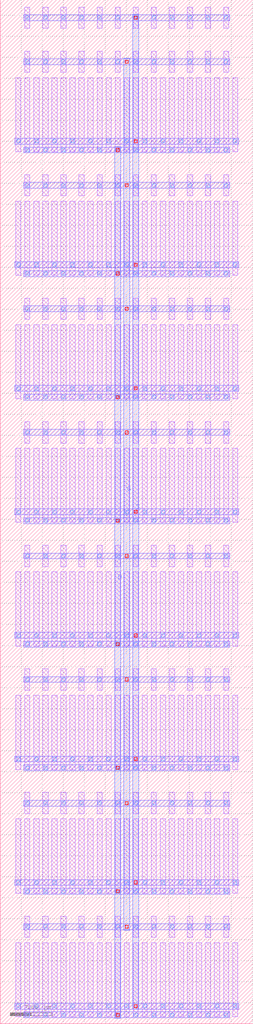
<source format=lef>
MACRO NMOS_S_65192303_X12_Y8
  UNITS 
    DATABASE MICRONS UNITS 1000;
  END UNITS 
  ORIGIN 0 0 ;
  FOREIGN NMOS_S_65192303_X12_Y8 0 0 ;
  SIZE 12040 BY 48720 ;
  PIN D
    DIRECTION INOUT ;
    USE SIGNAL ;
    PORT
      LAYER M3 ;
        RECT 5450 260 5730 41740 ;
    END
  END D
  PIN G
    DIRECTION INOUT ;
    USE SIGNAL ;
    PORT
      LAYER M3 ;
        RECT 5880 4460 6160 45940 ;
    END
  END G
  PIN S
    DIRECTION INOUT ;
    USE SIGNAL ;
    PORT
      LAYER M3 ;
        RECT 6310 680 6590 48040 ;
    END
  END S
  OBS
    LAYER M1 ;
      RECT 1165 335 1415 3865 ;
    LAYER M1 ;
      RECT 1165 4115 1415 5125 ;
    LAYER M1 ;
      RECT 1165 6215 1415 9745 ;
    LAYER M1 ;
      RECT 1165 9995 1415 11005 ;
    LAYER M1 ;
      RECT 1165 12095 1415 15625 ;
    LAYER M1 ;
      RECT 1165 15875 1415 16885 ;
    LAYER M1 ;
      RECT 1165 17975 1415 21505 ;
    LAYER M1 ;
      RECT 1165 21755 1415 22765 ;
    LAYER M1 ;
      RECT 1165 23855 1415 27385 ;
    LAYER M1 ;
      RECT 1165 27635 1415 28645 ;
    LAYER M1 ;
      RECT 1165 29735 1415 33265 ;
    LAYER M1 ;
      RECT 1165 33515 1415 34525 ;
    LAYER M1 ;
      RECT 1165 35615 1415 39145 ;
    LAYER M1 ;
      RECT 1165 39395 1415 40405 ;
    LAYER M1 ;
      RECT 1165 41495 1415 45025 ;
    LAYER M1 ;
      RECT 1165 45275 1415 46285 ;
    LAYER M1 ;
      RECT 1165 47375 1415 48385 ;
    LAYER M1 ;
      RECT 735 335 985 3865 ;
    LAYER M1 ;
      RECT 735 6215 985 9745 ;
    LAYER M1 ;
      RECT 735 12095 985 15625 ;
    LAYER M1 ;
      RECT 735 17975 985 21505 ;
    LAYER M1 ;
      RECT 735 23855 985 27385 ;
    LAYER M1 ;
      RECT 735 29735 985 33265 ;
    LAYER M1 ;
      RECT 735 35615 985 39145 ;
    LAYER M1 ;
      RECT 735 41495 985 45025 ;
    LAYER M1 ;
      RECT 1595 335 1845 3865 ;
    LAYER M1 ;
      RECT 1595 6215 1845 9745 ;
    LAYER M1 ;
      RECT 1595 12095 1845 15625 ;
    LAYER M1 ;
      RECT 1595 17975 1845 21505 ;
    LAYER M1 ;
      RECT 1595 23855 1845 27385 ;
    LAYER M1 ;
      RECT 1595 29735 1845 33265 ;
    LAYER M1 ;
      RECT 1595 35615 1845 39145 ;
    LAYER M1 ;
      RECT 1595 41495 1845 45025 ;
    LAYER M1 ;
      RECT 2025 335 2275 3865 ;
    LAYER M1 ;
      RECT 2025 4115 2275 5125 ;
    LAYER M1 ;
      RECT 2025 6215 2275 9745 ;
    LAYER M1 ;
      RECT 2025 9995 2275 11005 ;
    LAYER M1 ;
      RECT 2025 12095 2275 15625 ;
    LAYER M1 ;
      RECT 2025 15875 2275 16885 ;
    LAYER M1 ;
      RECT 2025 17975 2275 21505 ;
    LAYER M1 ;
      RECT 2025 21755 2275 22765 ;
    LAYER M1 ;
      RECT 2025 23855 2275 27385 ;
    LAYER M1 ;
      RECT 2025 27635 2275 28645 ;
    LAYER M1 ;
      RECT 2025 29735 2275 33265 ;
    LAYER M1 ;
      RECT 2025 33515 2275 34525 ;
    LAYER M1 ;
      RECT 2025 35615 2275 39145 ;
    LAYER M1 ;
      RECT 2025 39395 2275 40405 ;
    LAYER M1 ;
      RECT 2025 41495 2275 45025 ;
    LAYER M1 ;
      RECT 2025 45275 2275 46285 ;
    LAYER M1 ;
      RECT 2025 47375 2275 48385 ;
    LAYER M1 ;
      RECT 2455 335 2705 3865 ;
    LAYER M1 ;
      RECT 2455 6215 2705 9745 ;
    LAYER M1 ;
      RECT 2455 12095 2705 15625 ;
    LAYER M1 ;
      RECT 2455 17975 2705 21505 ;
    LAYER M1 ;
      RECT 2455 23855 2705 27385 ;
    LAYER M1 ;
      RECT 2455 29735 2705 33265 ;
    LAYER M1 ;
      RECT 2455 35615 2705 39145 ;
    LAYER M1 ;
      RECT 2455 41495 2705 45025 ;
    LAYER M1 ;
      RECT 2885 335 3135 3865 ;
    LAYER M1 ;
      RECT 2885 4115 3135 5125 ;
    LAYER M1 ;
      RECT 2885 6215 3135 9745 ;
    LAYER M1 ;
      RECT 2885 9995 3135 11005 ;
    LAYER M1 ;
      RECT 2885 12095 3135 15625 ;
    LAYER M1 ;
      RECT 2885 15875 3135 16885 ;
    LAYER M1 ;
      RECT 2885 17975 3135 21505 ;
    LAYER M1 ;
      RECT 2885 21755 3135 22765 ;
    LAYER M1 ;
      RECT 2885 23855 3135 27385 ;
    LAYER M1 ;
      RECT 2885 27635 3135 28645 ;
    LAYER M1 ;
      RECT 2885 29735 3135 33265 ;
    LAYER M1 ;
      RECT 2885 33515 3135 34525 ;
    LAYER M1 ;
      RECT 2885 35615 3135 39145 ;
    LAYER M1 ;
      RECT 2885 39395 3135 40405 ;
    LAYER M1 ;
      RECT 2885 41495 3135 45025 ;
    LAYER M1 ;
      RECT 2885 45275 3135 46285 ;
    LAYER M1 ;
      RECT 2885 47375 3135 48385 ;
    LAYER M1 ;
      RECT 3315 335 3565 3865 ;
    LAYER M1 ;
      RECT 3315 6215 3565 9745 ;
    LAYER M1 ;
      RECT 3315 12095 3565 15625 ;
    LAYER M1 ;
      RECT 3315 17975 3565 21505 ;
    LAYER M1 ;
      RECT 3315 23855 3565 27385 ;
    LAYER M1 ;
      RECT 3315 29735 3565 33265 ;
    LAYER M1 ;
      RECT 3315 35615 3565 39145 ;
    LAYER M1 ;
      RECT 3315 41495 3565 45025 ;
    LAYER M1 ;
      RECT 3745 335 3995 3865 ;
    LAYER M1 ;
      RECT 3745 4115 3995 5125 ;
    LAYER M1 ;
      RECT 3745 6215 3995 9745 ;
    LAYER M1 ;
      RECT 3745 9995 3995 11005 ;
    LAYER M1 ;
      RECT 3745 12095 3995 15625 ;
    LAYER M1 ;
      RECT 3745 15875 3995 16885 ;
    LAYER M1 ;
      RECT 3745 17975 3995 21505 ;
    LAYER M1 ;
      RECT 3745 21755 3995 22765 ;
    LAYER M1 ;
      RECT 3745 23855 3995 27385 ;
    LAYER M1 ;
      RECT 3745 27635 3995 28645 ;
    LAYER M1 ;
      RECT 3745 29735 3995 33265 ;
    LAYER M1 ;
      RECT 3745 33515 3995 34525 ;
    LAYER M1 ;
      RECT 3745 35615 3995 39145 ;
    LAYER M1 ;
      RECT 3745 39395 3995 40405 ;
    LAYER M1 ;
      RECT 3745 41495 3995 45025 ;
    LAYER M1 ;
      RECT 3745 45275 3995 46285 ;
    LAYER M1 ;
      RECT 3745 47375 3995 48385 ;
    LAYER M1 ;
      RECT 4175 335 4425 3865 ;
    LAYER M1 ;
      RECT 4175 6215 4425 9745 ;
    LAYER M1 ;
      RECT 4175 12095 4425 15625 ;
    LAYER M1 ;
      RECT 4175 17975 4425 21505 ;
    LAYER M1 ;
      RECT 4175 23855 4425 27385 ;
    LAYER M1 ;
      RECT 4175 29735 4425 33265 ;
    LAYER M1 ;
      RECT 4175 35615 4425 39145 ;
    LAYER M1 ;
      RECT 4175 41495 4425 45025 ;
    LAYER M1 ;
      RECT 4605 335 4855 3865 ;
    LAYER M1 ;
      RECT 4605 4115 4855 5125 ;
    LAYER M1 ;
      RECT 4605 6215 4855 9745 ;
    LAYER M1 ;
      RECT 4605 9995 4855 11005 ;
    LAYER M1 ;
      RECT 4605 12095 4855 15625 ;
    LAYER M1 ;
      RECT 4605 15875 4855 16885 ;
    LAYER M1 ;
      RECT 4605 17975 4855 21505 ;
    LAYER M1 ;
      RECT 4605 21755 4855 22765 ;
    LAYER M1 ;
      RECT 4605 23855 4855 27385 ;
    LAYER M1 ;
      RECT 4605 27635 4855 28645 ;
    LAYER M1 ;
      RECT 4605 29735 4855 33265 ;
    LAYER M1 ;
      RECT 4605 33515 4855 34525 ;
    LAYER M1 ;
      RECT 4605 35615 4855 39145 ;
    LAYER M1 ;
      RECT 4605 39395 4855 40405 ;
    LAYER M1 ;
      RECT 4605 41495 4855 45025 ;
    LAYER M1 ;
      RECT 4605 45275 4855 46285 ;
    LAYER M1 ;
      RECT 4605 47375 4855 48385 ;
    LAYER M1 ;
      RECT 5035 335 5285 3865 ;
    LAYER M1 ;
      RECT 5035 6215 5285 9745 ;
    LAYER M1 ;
      RECT 5035 12095 5285 15625 ;
    LAYER M1 ;
      RECT 5035 17975 5285 21505 ;
    LAYER M1 ;
      RECT 5035 23855 5285 27385 ;
    LAYER M1 ;
      RECT 5035 29735 5285 33265 ;
    LAYER M1 ;
      RECT 5035 35615 5285 39145 ;
    LAYER M1 ;
      RECT 5035 41495 5285 45025 ;
    LAYER M1 ;
      RECT 5465 335 5715 3865 ;
    LAYER M1 ;
      RECT 5465 4115 5715 5125 ;
    LAYER M1 ;
      RECT 5465 6215 5715 9745 ;
    LAYER M1 ;
      RECT 5465 9995 5715 11005 ;
    LAYER M1 ;
      RECT 5465 12095 5715 15625 ;
    LAYER M1 ;
      RECT 5465 15875 5715 16885 ;
    LAYER M1 ;
      RECT 5465 17975 5715 21505 ;
    LAYER M1 ;
      RECT 5465 21755 5715 22765 ;
    LAYER M1 ;
      RECT 5465 23855 5715 27385 ;
    LAYER M1 ;
      RECT 5465 27635 5715 28645 ;
    LAYER M1 ;
      RECT 5465 29735 5715 33265 ;
    LAYER M1 ;
      RECT 5465 33515 5715 34525 ;
    LAYER M1 ;
      RECT 5465 35615 5715 39145 ;
    LAYER M1 ;
      RECT 5465 39395 5715 40405 ;
    LAYER M1 ;
      RECT 5465 41495 5715 45025 ;
    LAYER M1 ;
      RECT 5465 45275 5715 46285 ;
    LAYER M1 ;
      RECT 5465 47375 5715 48385 ;
    LAYER M1 ;
      RECT 5895 335 6145 3865 ;
    LAYER M1 ;
      RECT 5895 6215 6145 9745 ;
    LAYER M1 ;
      RECT 5895 12095 6145 15625 ;
    LAYER M1 ;
      RECT 5895 17975 6145 21505 ;
    LAYER M1 ;
      RECT 5895 23855 6145 27385 ;
    LAYER M1 ;
      RECT 5895 29735 6145 33265 ;
    LAYER M1 ;
      RECT 5895 35615 6145 39145 ;
    LAYER M1 ;
      RECT 5895 41495 6145 45025 ;
    LAYER M1 ;
      RECT 6325 335 6575 3865 ;
    LAYER M1 ;
      RECT 6325 4115 6575 5125 ;
    LAYER M1 ;
      RECT 6325 6215 6575 9745 ;
    LAYER M1 ;
      RECT 6325 9995 6575 11005 ;
    LAYER M1 ;
      RECT 6325 12095 6575 15625 ;
    LAYER M1 ;
      RECT 6325 15875 6575 16885 ;
    LAYER M1 ;
      RECT 6325 17975 6575 21505 ;
    LAYER M1 ;
      RECT 6325 21755 6575 22765 ;
    LAYER M1 ;
      RECT 6325 23855 6575 27385 ;
    LAYER M1 ;
      RECT 6325 27635 6575 28645 ;
    LAYER M1 ;
      RECT 6325 29735 6575 33265 ;
    LAYER M1 ;
      RECT 6325 33515 6575 34525 ;
    LAYER M1 ;
      RECT 6325 35615 6575 39145 ;
    LAYER M1 ;
      RECT 6325 39395 6575 40405 ;
    LAYER M1 ;
      RECT 6325 41495 6575 45025 ;
    LAYER M1 ;
      RECT 6325 45275 6575 46285 ;
    LAYER M1 ;
      RECT 6325 47375 6575 48385 ;
    LAYER M1 ;
      RECT 6755 335 7005 3865 ;
    LAYER M1 ;
      RECT 6755 6215 7005 9745 ;
    LAYER M1 ;
      RECT 6755 12095 7005 15625 ;
    LAYER M1 ;
      RECT 6755 17975 7005 21505 ;
    LAYER M1 ;
      RECT 6755 23855 7005 27385 ;
    LAYER M1 ;
      RECT 6755 29735 7005 33265 ;
    LAYER M1 ;
      RECT 6755 35615 7005 39145 ;
    LAYER M1 ;
      RECT 6755 41495 7005 45025 ;
    LAYER M1 ;
      RECT 7185 335 7435 3865 ;
    LAYER M1 ;
      RECT 7185 4115 7435 5125 ;
    LAYER M1 ;
      RECT 7185 6215 7435 9745 ;
    LAYER M1 ;
      RECT 7185 9995 7435 11005 ;
    LAYER M1 ;
      RECT 7185 12095 7435 15625 ;
    LAYER M1 ;
      RECT 7185 15875 7435 16885 ;
    LAYER M1 ;
      RECT 7185 17975 7435 21505 ;
    LAYER M1 ;
      RECT 7185 21755 7435 22765 ;
    LAYER M1 ;
      RECT 7185 23855 7435 27385 ;
    LAYER M1 ;
      RECT 7185 27635 7435 28645 ;
    LAYER M1 ;
      RECT 7185 29735 7435 33265 ;
    LAYER M1 ;
      RECT 7185 33515 7435 34525 ;
    LAYER M1 ;
      RECT 7185 35615 7435 39145 ;
    LAYER M1 ;
      RECT 7185 39395 7435 40405 ;
    LAYER M1 ;
      RECT 7185 41495 7435 45025 ;
    LAYER M1 ;
      RECT 7185 45275 7435 46285 ;
    LAYER M1 ;
      RECT 7185 47375 7435 48385 ;
    LAYER M1 ;
      RECT 7615 335 7865 3865 ;
    LAYER M1 ;
      RECT 7615 6215 7865 9745 ;
    LAYER M1 ;
      RECT 7615 12095 7865 15625 ;
    LAYER M1 ;
      RECT 7615 17975 7865 21505 ;
    LAYER M1 ;
      RECT 7615 23855 7865 27385 ;
    LAYER M1 ;
      RECT 7615 29735 7865 33265 ;
    LAYER M1 ;
      RECT 7615 35615 7865 39145 ;
    LAYER M1 ;
      RECT 7615 41495 7865 45025 ;
    LAYER M1 ;
      RECT 8045 335 8295 3865 ;
    LAYER M1 ;
      RECT 8045 4115 8295 5125 ;
    LAYER M1 ;
      RECT 8045 6215 8295 9745 ;
    LAYER M1 ;
      RECT 8045 9995 8295 11005 ;
    LAYER M1 ;
      RECT 8045 12095 8295 15625 ;
    LAYER M1 ;
      RECT 8045 15875 8295 16885 ;
    LAYER M1 ;
      RECT 8045 17975 8295 21505 ;
    LAYER M1 ;
      RECT 8045 21755 8295 22765 ;
    LAYER M1 ;
      RECT 8045 23855 8295 27385 ;
    LAYER M1 ;
      RECT 8045 27635 8295 28645 ;
    LAYER M1 ;
      RECT 8045 29735 8295 33265 ;
    LAYER M1 ;
      RECT 8045 33515 8295 34525 ;
    LAYER M1 ;
      RECT 8045 35615 8295 39145 ;
    LAYER M1 ;
      RECT 8045 39395 8295 40405 ;
    LAYER M1 ;
      RECT 8045 41495 8295 45025 ;
    LAYER M1 ;
      RECT 8045 45275 8295 46285 ;
    LAYER M1 ;
      RECT 8045 47375 8295 48385 ;
    LAYER M1 ;
      RECT 8475 335 8725 3865 ;
    LAYER M1 ;
      RECT 8475 6215 8725 9745 ;
    LAYER M1 ;
      RECT 8475 12095 8725 15625 ;
    LAYER M1 ;
      RECT 8475 17975 8725 21505 ;
    LAYER M1 ;
      RECT 8475 23855 8725 27385 ;
    LAYER M1 ;
      RECT 8475 29735 8725 33265 ;
    LAYER M1 ;
      RECT 8475 35615 8725 39145 ;
    LAYER M1 ;
      RECT 8475 41495 8725 45025 ;
    LAYER M1 ;
      RECT 8905 335 9155 3865 ;
    LAYER M1 ;
      RECT 8905 4115 9155 5125 ;
    LAYER M1 ;
      RECT 8905 6215 9155 9745 ;
    LAYER M1 ;
      RECT 8905 9995 9155 11005 ;
    LAYER M1 ;
      RECT 8905 12095 9155 15625 ;
    LAYER M1 ;
      RECT 8905 15875 9155 16885 ;
    LAYER M1 ;
      RECT 8905 17975 9155 21505 ;
    LAYER M1 ;
      RECT 8905 21755 9155 22765 ;
    LAYER M1 ;
      RECT 8905 23855 9155 27385 ;
    LAYER M1 ;
      RECT 8905 27635 9155 28645 ;
    LAYER M1 ;
      RECT 8905 29735 9155 33265 ;
    LAYER M1 ;
      RECT 8905 33515 9155 34525 ;
    LAYER M1 ;
      RECT 8905 35615 9155 39145 ;
    LAYER M1 ;
      RECT 8905 39395 9155 40405 ;
    LAYER M1 ;
      RECT 8905 41495 9155 45025 ;
    LAYER M1 ;
      RECT 8905 45275 9155 46285 ;
    LAYER M1 ;
      RECT 8905 47375 9155 48385 ;
    LAYER M1 ;
      RECT 9335 335 9585 3865 ;
    LAYER M1 ;
      RECT 9335 6215 9585 9745 ;
    LAYER M1 ;
      RECT 9335 12095 9585 15625 ;
    LAYER M1 ;
      RECT 9335 17975 9585 21505 ;
    LAYER M1 ;
      RECT 9335 23855 9585 27385 ;
    LAYER M1 ;
      RECT 9335 29735 9585 33265 ;
    LAYER M1 ;
      RECT 9335 35615 9585 39145 ;
    LAYER M1 ;
      RECT 9335 41495 9585 45025 ;
    LAYER M1 ;
      RECT 9765 335 10015 3865 ;
    LAYER M1 ;
      RECT 9765 4115 10015 5125 ;
    LAYER M1 ;
      RECT 9765 6215 10015 9745 ;
    LAYER M1 ;
      RECT 9765 9995 10015 11005 ;
    LAYER M1 ;
      RECT 9765 12095 10015 15625 ;
    LAYER M1 ;
      RECT 9765 15875 10015 16885 ;
    LAYER M1 ;
      RECT 9765 17975 10015 21505 ;
    LAYER M1 ;
      RECT 9765 21755 10015 22765 ;
    LAYER M1 ;
      RECT 9765 23855 10015 27385 ;
    LAYER M1 ;
      RECT 9765 27635 10015 28645 ;
    LAYER M1 ;
      RECT 9765 29735 10015 33265 ;
    LAYER M1 ;
      RECT 9765 33515 10015 34525 ;
    LAYER M1 ;
      RECT 9765 35615 10015 39145 ;
    LAYER M1 ;
      RECT 9765 39395 10015 40405 ;
    LAYER M1 ;
      RECT 9765 41495 10015 45025 ;
    LAYER M1 ;
      RECT 9765 45275 10015 46285 ;
    LAYER M1 ;
      RECT 9765 47375 10015 48385 ;
    LAYER M1 ;
      RECT 10195 335 10445 3865 ;
    LAYER M1 ;
      RECT 10195 6215 10445 9745 ;
    LAYER M1 ;
      RECT 10195 12095 10445 15625 ;
    LAYER M1 ;
      RECT 10195 17975 10445 21505 ;
    LAYER M1 ;
      RECT 10195 23855 10445 27385 ;
    LAYER M1 ;
      RECT 10195 29735 10445 33265 ;
    LAYER M1 ;
      RECT 10195 35615 10445 39145 ;
    LAYER M1 ;
      RECT 10195 41495 10445 45025 ;
    LAYER M1 ;
      RECT 10625 335 10875 3865 ;
    LAYER M1 ;
      RECT 10625 4115 10875 5125 ;
    LAYER M1 ;
      RECT 10625 6215 10875 9745 ;
    LAYER M1 ;
      RECT 10625 9995 10875 11005 ;
    LAYER M1 ;
      RECT 10625 12095 10875 15625 ;
    LAYER M1 ;
      RECT 10625 15875 10875 16885 ;
    LAYER M1 ;
      RECT 10625 17975 10875 21505 ;
    LAYER M1 ;
      RECT 10625 21755 10875 22765 ;
    LAYER M1 ;
      RECT 10625 23855 10875 27385 ;
    LAYER M1 ;
      RECT 10625 27635 10875 28645 ;
    LAYER M1 ;
      RECT 10625 29735 10875 33265 ;
    LAYER M1 ;
      RECT 10625 33515 10875 34525 ;
    LAYER M1 ;
      RECT 10625 35615 10875 39145 ;
    LAYER M1 ;
      RECT 10625 39395 10875 40405 ;
    LAYER M1 ;
      RECT 10625 41495 10875 45025 ;
    LAYER M1 ;
      RECT 10625 45275 10875 46285 ;
    LAYER M1 ;
      RECT 10625 47375 10875 48385 ;
    LAYER M1 ;
      RECT 11055 335 11305 3865 ;
    LAYER M1 ;
      RECT 11055 6215 11305 9745 ;
    LAYER M1 ;
      RECT 11055 12095 11305 15625 ;
    LAYER M1 ;
      RECT 11055 17975 11305 21505 ;
    LAYER M1 ;
      RECT 11055 23855 11305 27385 ;
    LAYER M1 ;
      RECT 11055 29735 11305 33265 ;
    LAYER M1 ;
      RECT 11055 35615 11305 39145 ;
    LAYER M1 ;
      RECT 11055 41495 11305 45025 ;
    LAYER M2 ;
      RECT 1120 280 10920 560 ;
    LAYER M2 ;
      RECT 1120 4480 10920 4760 ;
    LAYER M2 ;
      RECT 690 700 11350 980 ;
    LAYER M2 ;
      RECT 1120 6160 10920 6440 ;
    LAYER M2 ;
      RECT 1120 10360 10920 10640 ;
    LAYER M2 ;
      RECT 690 6580 11350 6860 ;
    LAYER M2 ;
      RECT 1120 12040 10920 12320 ;
    LAYER M2 ;
      RECT 1120 16240 10920 16520 ;
    LAYER M2 ;
      RECT 690 12460 11350 12740 ;
    LAYER M2 ;
      RECT 1120 17920 10920 18200 ;
    LAYER M2 ;
      RECT 1120 22120 10920 22400 ;
    LAYER M2 ;
      RECT 690 18340 11350 18620 ;
    LAYER M2 ;
      RECT 1120 23800 10920 24080 ;
    LAYER M2 ;
      RECT 1120 28000 10920 28280 ;
    LAYER M2 ;
      RECT 690 24220 11350 24500 ;
    LAYER M2 ;
      RECT 1120 29680 10920 29960 ;
    LAYER M2 ;
      RECT 1120 33880 10920 34160 ;
    LAYER M2 ;
      RECT 690 30100 11350 30380 ;
    LAYER M2 ;
      RECT 1120 35560 10920 35840 ;
    LAYER M2 ;
      RECT 1120 39760 10920 40040 ;
    LAYER M2 ;
      RECT 690 35980 11350 36260 ;
    LAYER M2 ;
      RECT 1120 41440 10920 41720 ;
    LAYER M2 ;
      RECT 1120 45640 10920 45920 ;
    LAYER M2 ;
      RECT 690 41860 11350 42140 ;
    LAYER M2 ;
      RECT 1120 47740 10920 48020 ;
    LAYER V1 ;
      RECT 1205 335 1375 505 ;
    LAYER V1 ;
      RECT 1205 4535 1375 4705 ;
    LAYER V1 ;
      RECT 1205 6215 1375 6385 ;
    LAYER V1 ;
      RECT 1205 10415 1375 10585 ;
    LAYER V1 ;
      RECT 1205 12095 1375 12265 ;
    LAYER V1 ;
      RECT 1205 16295 1375 16465 ;
    LAYER V1 ;
      RECT 1205 17975 1375 18145 ;
    LAYER V1 ;
      RECT 1205 22175 1375 22345 ;
    LAYER V1 ;
      RECT 1205 23855 1375 24025 ;
    LAYER V1 ;
      RECT 1205 28055 1375 28225 ;
    LAYER V1 ;
      RECT 1205 29735 1375 29905 ;
    LAYER V1 ;
      RECT 1205 33935 1375 34105 ;
    LAYER V1 ;
      RECT 1205 35615 1375 35785 ;
    LAYER V1 ;
      RECT 1205 39815 1375 39985 ;
    LAYER V1 ;
      RECT 1205 41495 1375 41665 ;
    LAYER V1 ;
      RECT 1205 45695 1375 45865 ;
    LAYER V1 ;
      RECT 1205 47795 1375 47965 ;
    LAYER V1 ;
      RECT 2065 335 2235 505 ;
    LAYER V1 ;
      RECT 2065 4535 2235 4705 ;
    LAYER V1 ;
      RECT 2065 6215 2235 6385 ;
    LAYER V1 ;
      RECT 2065 10415 2235 10585 ;
    LAYER V1 ;
      RECT 2065 12095 2235 12265 ;
    LAYER V1 ;
      RECT 2065 16295 2235 16465 ;
    LAYER V1 ;
      RECT 2065 17975 2235 18145 ;
    LAYER V1 ;
      RECT 2065 22175 2235 22345 ;
    LAYER V1 ;
      RECT 2065 23855 2235 24025 ;
    LAYER V1 ;
      RECT 2065 28055 2235 28225 ;
    LAYER V1 ;
      RECT 2065 29735 2235 29905 ;
    LAYER V1 ;
      RECT 2065 33935 2235 34105 ;
    LAYER V1 ;
      RECT 2065 35615 2235 35785 ;
    LAYER V1 ;
      RECT 2065 39815 2235 39985 ;
    LAYER V1 ;
      RECT 2065 41495 2235 41665 ;
    LAYER V1 ;
      RECT 2065 45695 2235 45865 ;
    LAYER V1 ;
      RECT 2065 47795 2235 47965 ;
    LAYER V1 ;
      RECT 2925 335 3095 505 ;
    LAYER V1 ;
      RECT 2925 4535 3095 4705 ;
    LAYER V1 ;
      RECT 2925 6215 3095 6385 ;
    LAYER V1 ;
      RECT 2925 10415 3095 10585 ;
    LAYER V1 ;
      RECT 2925 12095 3095 12265 ;
    LAYER V1 ;
      RECT 2925 16295 3095 16465 ;
    LAYER V1 ;
      RECT 2925 17975 3095 18145 ;
    LAYER V1 ;
      RECT 2925 22175 3095 22345 ;
    LAYER V1 ;
      RECT 2925 23855 3095 24025 ;
    LAYER V1 ;
      RECT 2925 28055 3095 28225 ;
    LAYER V1 ;
      RECT 2925 29735 3095 29905 ;
    LAYER V1 ;
      RECT 2925 33935 3095 34105 ;
    LAYER V1 ;
      RECT 2925 35615 3095 35785 ;
    LAYER V1 ;
      RECT 2925 39815 3095 39985 ;
    LAYER V1 ;
      RECT 2925 41495 3095 41665 ;
    LAYER V1 ;
      RECT 2925 45695 3095 45865 ;
    LAYER V1 ;
      RECT 2925 47795 3095 47965 ;
    LAYER V1 ;
      RECT 3785 335 3955 505 ;
    LAYER V1 ;
      RECT 3785 4535 3955 4705 ;
    LAYER V1 ;
      RECT 3785 6215 3955 6385 ;
    LAYER V1 ;
      RECT 3785 10415 3955 10585 ;
    LAYER V1 ;
      RECT 3785 12095 3955 12265 ;
    LAYER V1 ;
      RECT 3785 16295 3955 16465 ;
    LAYER V1 ;
      RECT 3785 17975 3955 18145 ;
    LAYER V1 ;
      RECT 3785 22175 3955 22345 ;
    LAYER V1 ;
      RECT 3785 23855 3955 24025 ;
    LAYER V1 ;
      RECT 3785 28055 3955 28225 ;
    LAYER V1 ;
      RECT 3785 29735 3955 29905 ;
    LAYER V1 ;
      RECT 3785 33935 3955 34105 ;
    LAYER V1 ;
      RECT 3785 35615 3955 35785 ;
    LAYER V1 ;
      RECT 3785 39815 3955 39985 ;
    LAYER V1 ;
      RECT 3785 41495 3955 41665 ;
    LAYER V1 ;
      RECT 3785 45695 3955 45865 ;
    LAYER V1 ;
      RECT 3785 47795 3955 47965 ;
    LAYER V1 ;
      RECT 4645 335 4815 505 ;
    LAYER V1 ;
      RECT 4645 4535 4815 4705 ;
    LAYER V1 ;
      RECT 4645 6215 4815 6385 ;
    LAYER V1 ;
      RECT 4645 10415 4815 10585 ;
    LAYER V1 ;
      RECT 4645 12095 4815 12265 ;
    LAYER V1 ;
      RECT 4645 16295 4815 16465 ;
    LAYER V1 ;
      RECT 4645 17975 4815 18145 ;
    LAYER V1 ;
      RECT 4645 22175 4815 22345 ;
    LAYER V1 ;
      RECT 4645 23855 4815 24025 ;
    LAYER V1 ;
      RECT 4645 28055 4815 28225 ;
    LAYER V1 ;
      RECT 4645 29735 4815 29905 ;
    LAYER V1 ;
      RECT 4645 33935 4815 34105 ;
    LAYER V1 ;
      RECT 4645 35615 4815 35785 ;
    LAYER V1 ;
      RECT 4645 39815 4815 39985 ;
    LAYER V1 ;
      RECT 4645 41495 4815 41665 ;
    LAYER V1 ;
      RECT 4645 45695 4815 45865 ;
    LAYER V1 ;
      RECT 4645 47795 4815 47965 ;
    LAYER V1 ;
      RECT 5505 335 5675 505 ;
    LAYER V1 ;
      RECT 5505 4535 5675 4705 ;
    LAYER V1 ;
      RECT 5505 6215 5675 6385 ;
    LAYER V1 ;
      RECT 5505 10415 5675 10585 ;
    LAYER V1 ;
      RECT 5505 12095 5675 12265 ;
    LAYER V1 ;
      RECT 5505 16295 5675 16465 ;
    LAYER V1 ;
      RECT 5505 17975 5675 18145 ;
    LAYER V1 ;
      RECT 5505 22175 5675 22345 ;
    LAYER V1 ;
      RECT 5505 23855 5675 24025 ;
    LAYER V1 ;
      RECT 5505 28055 5675 28225 ;
    LAYER V1 ;
      RECT 5505 29735 5675 29905 ;
    LAYER V1 ;
      RECT 5505 33935 5675 34105 ;
    LAYER V1 ;
      RECT 5505 35615 5675 35785 ;
    LAYER V1 ;
      RECT 5505 39815 5675 39985 ;
    LAYER V1 ;
      RECT 5505 41495 5675 41665 ;
    LAYER V1 ;
      RECT 5505 45695 5675 45865 ;
    LAYER V1 ;
      RECT 5505 47795 5675 47965 ;
    LAYER V1 ;
      RECT 6365 335 6535 505 ;
    LAYER V1 ;
      RECT 6365 4535 6535 4705 ;
    LAYER V1 ;
      RECT 6365 6215 6535 6385 ;
    LAYER V1 ;
      RECT 6365 10415 6535 10585 ;
    LAYER V1 ;
      RECT 6365 12095 6535 12265 ;
    LAYER V1 ;
      RECT 6365 16295 6535 16465 ;
    LAYER V1 ;
      RECT 6365 17975 6535 18145 ;
    LAYER V1 ;
      RECT 6365 22175 6535 22345 ;
    LAYER V1 ;
      RECT 6365 23855 6535 24025 ;
    LAYER V1 ;
      RECT 6365 28055 6535 28225 ;
    LAYER V1 ;
      RECT 6365 29735 6535 29905 ;
    LAYER V1 ;
      RECT 6365 33935 6535 34105 ;
    LAYER V1 ;
      RECT 6365 35615 6535 35785 ;
    LAYER V1 ;
      RECT 6365 39815 6535 39985 ;
    LAYER V1 ;
      RECT 6365 41495 6535 41665 ;
    LAYER V1 ;
      RECT 6365 45695 6535 45865 ;
    LAYER V1 ;
      RECT 6365 47795 6535 47965 ;
    LAYER V1 ;
      RECT 7225 335 7395 505 ;
    LAYER V1 ;
      RECT 7225 4535 7395 4705 ;
    LAYER V1 ;
      RECT 7225 6215 7395 6385 ;
    LAYER V1 ;
      RECT 7225 10415 7395 10585 ;
    LAYER V1 ;
      RECT 7225 12095 7395 12265 ;
    LAYER V1 ;
      RECT 7225 16295 7395 16465 ;
    LAYER V1 ;
      RECT 7225 17975 7395 18145 ;
    LAYER V1 ;
      RECT 7225 22175 7395 22345 ;
    LAYER V1 ;
      RECT 7225 23855 7395 24025 ;
    LAYER V1 ;
      RECT 7225 28055 7395 28225 ;
    LAYER V1 ;
      RECT 7225 29735 7395 29905 ;
    LAYER V1 ;
      RECT 7225 33935 7395 34105 ;
    LAYER V1 ;
      RECT 7225 35615 7395 35785 ;
    LAYER V1 ;
      RECT 7225 39815 7395 39985 ;
    LAYER V1 ;
      RECT 7225 41495 7395 41665 ;
    LAYER V1 ;
      RECT 7225 45695 7395 45865 ;
    LAYER V1 ;
      RECT 7225 47795 7395 47965 ;
    LAYER V1 ;
      RECT 8085 335 8255 505 ;
    LAYER V1 ;
      RECT 8085 4535 8255 4705 ;
    LAYER V1 ;
      RECT 8085 6215 8255 6385 ;
    LAYER V1 ;
      RECT 8085 10415 8255 10585 ;
    LAYER V1 ;
      RECT 8085 12095 8255 12265 ;
    LAYER V1 ;
      RECT 8085 16295 8255 16465 ;
    LAYER V1 ;
      RECT 8085 17975 8255 18145 ;
    LAYER V1 ;
      RECT 8085 22175 8255 22345 ;
    LAYER V1 ;
      RECT 8085 23855 8255 24025 ;
    LAYER V1 ;
      RECT 8085 28055 8255 28225 ;
    LAYER V1 ;
      RECT 8085 29735 8255 29905 ;
    LAYER V1 ;
      RECT 8085 33935 8255 34105 ;
    LAYER V1 ;
      RECT 8085 35615 8255 35785 ;
    LAYER V1 ;
      RECT 8085 39815 8255 39985 ;
    LAYER V1 ;
      RECT 8085 41495 8255 41665 ;
    LAYER V1 ;
      RECT 8085 45695 8255 45865 ;
    LAYER V1 ;
      RECT 8085 47795 8255 47965 ;
    LAYER V1 ;
      RECT 8945 335 9115 505 ;
    LAYER V1 ;
      RECT 8945 4535 9115 4705 ;
    LAYER V1 ;
      RECT 8945 6215 9115 6385 ;
    LAYER V1 ;
      RECT 8945 10415 9115 10585 ;
    LAYER V1 ;
      RECT 8945 12095 9115 12265 ;
    LAYER V1 ;
      RECT 8945 16295 9115 16465 ;
    LAYER V1 ;
      RECT 8945 17975 9115 18145 ;
    LAYER V1 ;
      RECT 8945 22175 9115 22345 ;
    LAYER V1 ;
      RECT 8945 23855 9115 24025 ;
    LAYER V1 ;
      RECT 8945 28055 9115 28225 ;
    LAYER V1 ;
      RECT 8945 29735 9115 29905 ;
    LAYER V1 ;
      RECT 8945 33935 9115 34105 ;
    LAYER V1 ;
      RECT 8945 35615 9115 35785 ;
    LAYER V1 ;
      RECT 8945 39815 9115 39985 ;
    LAYER V1 ;
      RECT 8945 41495 9115 41665 ;
    LAYER V1 ;
      RECT 8945 45695 9115 45865 ;
    LAYER V1 ;
      RECT 8945 47795 9115 47965 ;
    LAYER V1 ;
      RECT 9805 335 9975 505 ;
    LAYER V1 ;
      RECT 9805 4535 9975 4705 ;
    LAYER V1 ;
      RECT 9805 6215 9975 6385 ;
    LAYER V1 ;
      RECT 9805 10415 9975 10585 ;
    LAYER V1 ;
      RECT 9805 12095 9975 12265 ;
    LAYER V1 ;
      RECT 9805 16295 9975 16465 ;
    LAYER V1 ;
      RECT 9805 17975 9975 18145 ;
    LAYER V1 ;
      RECT 9805 22175 9975 22345 ;
    LAYER V1 ;
      RECT 9805 23855 9975 24025 ;
    LAYER V1 ;
      RECT 9805 28055 9975 28225 ;
    LAYER V1 ;
      RECT 9805 29735 9975 29905 ;
    LAYER V1 ;
      RECT 9805 33935 9975 34105 ;
    LAYER V1 ;
      RECT 9805 35615 9975 35785 ;
    LAYER V1 ;
      RECT 9805 39815 9975 39985 ;
    LAYER V1 ;
      RECT 9805 41495 9975 41665 ;
    LAYER V1 ;
      RECT 9805 45695 9975 45865 ;
    LAYER V1 ;
      RECT 9805 47795 9975 47965 ;
    LAYER V1 ;
      RECT 10665 335 10835 505 ;
    LAYER V1 ;
      RECT 10665 4535 10835 4705 ;
    LAYER V1 ;
      RECT 10665 6215 10835 6385 ;
    LAYER V1 ;
      RECT 10665 10415 10835 10585 ;
    LAYER V1 ;
      RECT 10665 12095 10835 12265 ;
    LAYER V1 ;
      RECT 10665 16295 10835 16465 ;
    LAYER V1 ;
      RECT 10665 17975 10835 18145 ;
    LAYER V1 ;
      RECT 10665 22175 10835 22345 ;
    LAYER V1 ;
      RECT 10665 23855 10835 24025 ;
    LAYER V1 ;
      RECT 10665 28055 10835 28225 ;
    LAYER V1 ;
      RECT 10665 29735 10835 29905 ;
    LAYER V1 ;
      RECT 10665 33935 10835 34105 ;
    LAYER V1 ;
      RECT 10665 35615 10835 35785 ;
    LAYER V1 ;
      RECT 10665 39815 10835 39985 ;
    LAYER V1 ;
      RECT 10665 41495 10835 41665 ;
    LAYER V1 ;
      RECT 10665 45695 10835 45865 ;
    LAYER V1 ;
      RECT 10665 47795 10835 47965 ;
    LAYER V1 ;
      RECT 775 755 945 925 ;
    LAYER V1 ;
      RECT 775 6635 945 6805 ;
    LAYER V1 ;
      RECT 775 12515 945 12685 ;
    LAYER V1 ;
      RECT 775 18395 945 18565 ;
    LAYER V1 ;
      RECT 775 24275 945 24445 ;
    LAYER V1 ;
      RECT 775 30155 945 30325 ;
    LAYER V1 ;
      RECT 775 36035 945 36205 ;
    LAYER V1 ;
      RECT 775 41915 945 42085 ;
    LAYER V1 ;
      RECT 1635 755 1805 925 ;
    LAYER V1 ;
      RECT 1635 6635 1805 6805 ;
    LAYER V1 ;
      RECT 1635 12515 1805 12685 ;
    LAYER V1 ;
      RECT 1635 18395 1805 18565 ;
    LAYER V1 ;
      RECT 1635 24275 1805 24445 ;
    LAYER V1 ;
      RECT 1635 30155 1805 30325 ;
    LAYER V1 ;
      RECT 1635 36035 1805 36205 ;
    LAYER V1 ;
      RECT 1635 41915 1805 42085 ;
    LAYER V1 ;
      RECT 2495 755 2665 925 ;
    LAYER V1 ;
      RECT 2495 6635 2665 6805 ;
    LAYER V1 ;
      RECT 2495 12515 2665 12685 ;
    LAYER V1 ;
      RECT 2495 18395 2665 18565 ;
    LAYER V1 ;
      RECT 2495 24275 2665 24445 ;
    LAYER V1 ;
      RECT 2495 30155 2665 30325 ;
    LAYER V1 ;
      RECT 2495 36035 2665 36205 ;
    LAYER V1 ;
      RECT 2495 41915 2665 42085 ;
    LAYER V1 ;
      RECT 3355 755 3525 925 ;
    LAYER V1 ;
      RECT 3355 6635 3525 6805 ;
    LAYER V1 ;
      RECT 3355 12515 3525 12685 ;
    LAYER V1 ;
      RECT 3355 18395 3525 18565 ;
    LAYER V1 ;
      RECT 3355 24275 3525 24445 ;
    LAYER V1 ;
      RECT 3355 30155 3525 30325 ;
    LAYER V1 ;
      RECT 3355 36035 3525 36205 ;
    LAYER V1 ;
      RECT 3355 41915 3525 42085 ;
    LAYER V1 ;
      RECT 4215 755 4385 925 ;
    LAYER V1 ;
      RECT 4215 6635 4385 6805 ;
    LAYER V1 ;
      RECT 4215 12515 4385 12685 ;
    LAYER V1 ;
      RECT 4215 18395 4385 18565 ;
    LAYER V1 ;
      RECT 4215 24275 4385 24445 ;
    LAYER V1 ;
      RECT 4215 30155 4385 30325 ;
    LAYER V1 ;
      RECT 4215 36035 4385 36205 ;
    LAYER V1 ;
      RECT 4215 41915 4385 42085 ;
    LAYER V1 ;
      RECT 5075 755 5245 925 ;
    LAYER V1 ;
      RECT 5075 6635 5245 6805 ;
    LAYER V1 ;
      RECT 5075 12515 5245 12685 ;
    LAYER V1 ;
      RECT 5075 18395 5245 18565 ;
    LAYER V1 ;
      RECT 5075 24275 5245 24445 ;
    LAYER V1 ;
      RECT 5075 30155 5245 30325 ;
    LAYER V1 ;
      RECT 5075 36035 5245 36205 ;
    LAYER V1 ;
      RECT 5075 41915 5245 42085 ;
    LAYER V1 ;
      RECT 5935 755 6105 925 ;
    LAYER V1 ;
      RECT 5935 6635 6105 6805 ;
    LAYER V1 ;
      RECT 5935 12515 6105 12685 ;
    LAYER V1 ;
      RECT 5935 18395 6105 18565 ;
    LAYER V1 ;
      RECT 5935 24275 6105 24445 ;
    LAYER V1 ;
      RECT 5935 30155 6105 30325 ;
    LAYER V1 ;
      RECT 5935 36035 6105 36205 ;
    LAYER V1 ;
      RECT 5935 41915 6105 42085 ;
    LAYER V1 ;
      RECT 6795 755 6965 925 ;
    LAYER V1 ;
      RECT 6795 6635 6965 6805 ;
    LAYER V1 ;
      RECT 6795 12515 6965 12685 ;
    LAYER V1 ;
      RECT 6795 18395 6965 18565 ;
    LAYER V1 ;
      RECT 6795 24275 6965 24445 ;
    LAYER V1 ;
      RECT 6795 30155 6965 30325 ;
    LAYER V1 ;
      RECT 6795 36035 6965 36205 ;
    LAYER V1 ;
      RECT 6795 41915 6965 42085 ;
    LAYER V1 ;
      RECT 7655 755 7825 925 ;
    LAYER V1 ;
      RECT 7655 6635 7825 6805 ;
    LAYER V1 ;
      RECT 7655 12515 7825 12685 ;
    LAYER V1 ;
      RECT 7655 18395 7825 18565 ;
    LAYER V1 ;
      RECT 7655 24275 7825 24445 ;
    LAYER V1 ;
      RECT 7655 30155 7825 30325 ;
    LAYER V1 ;
      RECT 7655 36035 7825 36205 ;
    LAYER V1 ;
      RECT 7655 41915 7825 42085 ;
    LAYER V1 ;
      RECT 8515 755 8685 925 ;
    LAYER V1 ;
      RECT 8515 6635 8685 6805 ;
    LAYER V1 ;
      RECT 8515 12515 8685 12685 ;
    LAYER V1 ;
      RECT 8515 18395 8685 18565 ;
    LAYER V1 ;
      RECT 8515 24275 8685 24445 ;
    LAYER V1 ;
      RECT 8515 30155 8685 30325 ;
    LAYER V1 ;
      RECT 8515 36035 8685 36205 ;
    LAYER V1 ;
      RECT 8515 41915 8685 42085 ;
    LAYER V1 ;
      RECT 9375 755 9545 925 ;
    LAYER V1 ;
      RECT 9375 6635 9545 6805 ;
    LAYER V1 ;
      RECT 9375 12515 9545 12685 ;
    LAYER V1 ;
      RECT 9375 18395 9545 18565 ;
    LAYER V1 ;
      RECT 9375 24275 9545 24445 ;
    LAYER V1 ;
      RECT 9375 30155 9545 30325 ;
    LAYER V1 ;
      RECT 9375 36035 9545 36205 ;
    LAYER V1 ;
      RECT 9375 41915 9545 42085 ;
    LAYER V1 ;
      RECT 10235 755 10405 925 ;
    LAYER V1 ;
      RECT 10235 6635 10405 6805 ;
    LAYER V1 ;
      RECT 10235 12515 10405 12685 ;
    LAYER V1 ;
      RECT 10235 18395 10405 18565 ;
    LAYER V1 ;
      RECT 10235 24275 10405 24445 ;
    LAYER V1 ;
      RECT 10235 30155 10405 30325 ;
    LAYER V1 ;
      RECT 10235 36035 10405 36205 ;
    LAYER V1 ;
      RECT 10235 41915 10405 42085 ;
    LAYER V1 ;
      RECT 11095 755 11265 925 ;
    LAYER V1 ;
      RECT 11095 6635 11265 6805 ;
    LAYER V1 ;
      RECT 11095 12515 11265 12685 ;
    LAYER V1 ;
      RECT 11095 18395 11265 18565 ;
    LAYER V1 ;
      RECT 11095 24275 11265 24445 ;
    LAYER V1 ;
      RECT 11095 30155 11265 30325 ;
    LAYER V1 ;
      RECT 11095 36035 11265 36205 ;
    LAYER V1 ;
      RECT 11095 41915 11265 42085 ;
    LAYER V2 ;
      RECT 5515 345 5665 495 ;
    LAYER V2 ;
      RECT 5515 6225 5665 6375 ;
    LAYER V2 ;
      RECT 5515 12105 5665 12255 ;
    LAYER V2 ;
      RECT 5515 17985 5665 18135 ;
    LAYER V2 ;
      RECT 5515 23865 5665 24015 ;
    LAYER V2 ;
      RECT 5515 29745 5665 29895 ;
    LAYER V2 ;
      RECT 5515 35625 5665 35775 ;
    LAYER V2 ;
      RECT 5515 41505 5665 41655 ;
    LAYER V2 ;
      RECT 5945 4545 6095 4695 ;
    LAYER V2 ;
      RECT 5945 10425 6095 10575 ;
    LAYER V2 ;
      RECT 5945 16305 6095 16455 ;
    LAYER V2 ;
      RECT 5945 22185 6095 22335 ;
    LAYER V2 ;
      RECT 5945 28065 6095 28215 ;
    LAYER V2 ;
      RECT 5945 33945 6095 34095 ;
    LAYER V2 ;
      RECT 5945 39825 6095 39975 ;
    LAYER V2 ;
      RECT 5945 45705 6095 45855 ;
    LAYER V2 ;
      RECT 6375 765 6525 915 ;
    LAYER V2 ;
      RECT 6375 6645 6525 6795 ;
    LAYER V2 ;
      RECT 6375 12525 6525 12675 ;
    LAYER V2 ;
      RECT 6375 18405 6525 18555 ;
    LAYER V2 ;
      RECT 6375 24285 6525 24435 ;
    LAYER V2 ;
      RECT 6375 30165 6525 30315 ;
    LAYER V2 ;
      RECT 6375 36045 6525 36195 ;
    LAYER V2 ;
      RECT 6375 41925 6525 42075 ;
    LAYER V2 ;
      RECT 6375 47805 6525 47955 ;
  END
END NMOS_S_65192303_X12_Y8

</source>
